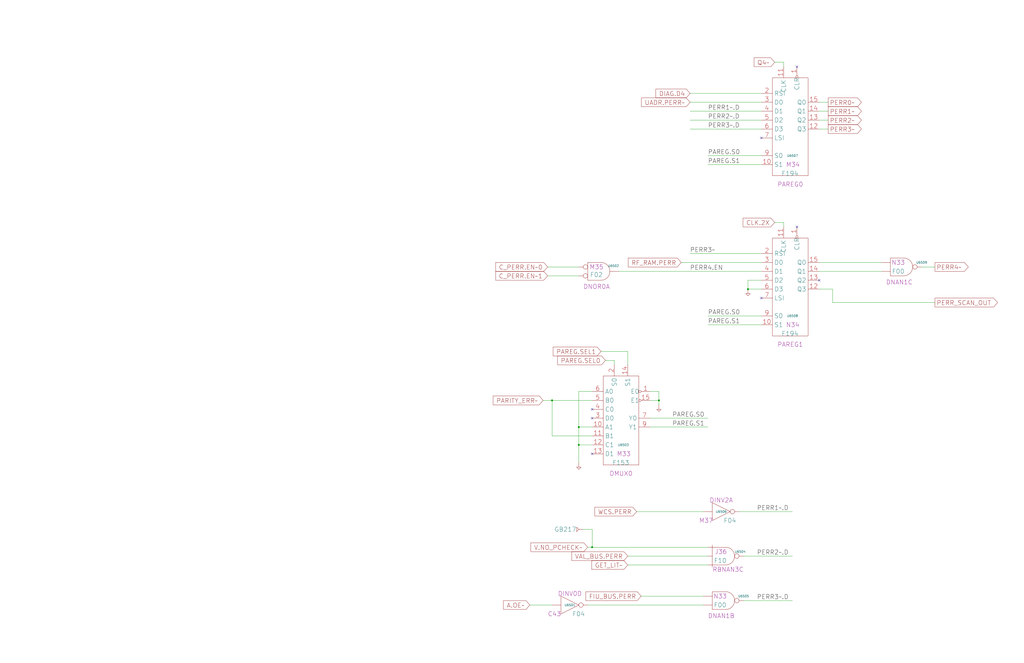
<source format=kicad_sch>
(kicad_sch (version 20230121) (generator eeschema)
  (paper "User" 584.2 378.46)
  (title_block (title "DIAGNOSTIC PROCESSOR\\nPULLUPS & PARITY REGISTER") (date "22-MAR-90") (rev "1.0") (comment 1 "VALUE") (comment 2 "232-003063") (comment 3 "S400") (comment 4 "RELEASED"))
  (lib_symbols
    (symbol "r1000:F00" (pin_numbers hide) (pin_names hide)
      (property "Reference" "U" (at 15.24 0 0))
      (property "Value" "F00" (at 1.905 -5.08 0))
      (property "Location" "___" (at 1.905 0 0))
      (property "Name" "______" (at 2.54 -12.7 0))
      (symbol "F00_0_1"
        (polyline (pts (xy -2.54 -7.62) (xy 5.08 -7.62)) (stroke (width 0.1524)))
        (polyline (pts (xy -2.54 2.54) (xy -2.54 -7.62)) (stroke (width 0.1524)))
        (polyline (pts (xy -2.54 2.54) (xy 5.08 2.54)) (stroke (width 0.1524)))
        (arc (start 5.08 -7.62) (mid 10.1282 -2.54) (end 5.08 2.54) (stroke (width 0.1524)))
        (circle (center 11.43 -2.54) (radius 1.27) (stroke (width 0.1524)))
      )
      (symbol "F00_0_2"
        (circle (center -3.81 -5.08) (radius 1.27) (stroke (width 0.1524)))
        (circle (center -3.81 0) (radius 1.27) (stroke (width 0.1524)))
        (arc (start -3.175 -7.62) (mid -2.134 -2.54) (end -3.175 2.54) (stroke (width 0.1524)))
        (polyline (pts (xy -3.175 -7.62) (xy 3.81 -7.62)) (stroke (width 0.1524)))
        (polyline (pts (xy -3.175 2.54) (xy 3.81 2.54)) (stroke (width 0.1524)))
        (arc (start 3.81 -7.62) (mid 7.5855 -5.8306) (end 10.16 -2.54) (stroke (width 0.1524)))
        (arc (start 10.16 -2.54) (mid 7.5827 0.7471) (end 3.81 2.54) (stroke (width 0.1524)))
      )
      (symbol "F00_1_1"
        (pin input line (at -7.62 0 0) (length 5.08) (name "D0") (number "1"))
        (pin input line (at -7.62 -5.08 0) (length 5.08) (name "D1") (number "2"))
        (pin output line (at 15.24 -2.54 180) (length 2.54) (name "Q") (number "3"))
      )
      (symbol "F00_1_2"
        (pin input line (at -7.62 0 0) (length 2.54) (name "D0") (number "1"))
        (pin input line (at -7.62 -5.08 0) (length 2.54) (name "D1") (number "2"))
        (pin output line (at 15.24 -2.54 180) (length 5.08) (name "Q") (number "3"))
      )
    )
    (symbol "r1000:F02" (pin_numbers hide) (pin_names hide)
      (property "Reference" "U" (at 12.16 0.635 0))
      (property "Value" "F02" (at -1.27 -4.445 0))
      (property "Location" "___" (at 2.54 0 0))
      (property "Name" "______" (at 2.54 -12.7 0))
      (symbol "F02_0_1"
        (arc (start -3.81 -7.62) (mid -2.9847 -2.54) (end -3.81 2.54) (stroke (width 0.1524)))
        (polyline (pts (xy -5.08 -5.08) (xy -3.175 -5.08)) (stroke (width 0.1524)))
        (polyline (pts (xy -5.08 0) (xy -3.175 0)) (stroke (width 0.1524)))
        (polyline (pts (xy -3.81 -7.62) (xy 2.54 -7.62)) (stroke (width 0.1524)))
        (polyline (pts (xy -3.81 2.54) (xy 2.54 2.54)) (stroke (width 0.1524)))
        (polyline (pts (xy 13.97 -2.54) (xy 12.7 -2.54)) (stroke (width 0.1524)))
        (arc (start 2.54 -7.62) (mid 6.9515 -5.9823) (end 10.16 -2.54) (stroke (width 0.1524)))
        (arc (start 10.16 -2.54) (mid 6.9478 0.8966) (end 2.54 2.54) (stroke (width 0.1524)))
        (circle (center 11.43 -2.54) (radius 1.27) (stroke (width 0.1524)))
      )
      (symbol "F02_0_2"
        (circle (center -3.81 -5.08) (radius 1.27) (stroke (width 0.1524)))
        (circle (center -3.81 0) (radius 1.27) (stroke (width 0.1524)))
        (polyline (pts (xy -2.54 -7.62) (xy 5.08 -7.62)) (stroke (width 0.1524)))
        (polyline (pts (xy -2.54 2.54) (xy -2.54 -7.62)) (stroke (width 0.1524)))
        (polyline (pts (xy -2.54 2.54) (xy 5.08 2.54)) (stroke (width 0.1524)))
        (polyline (pts (xy 11.43 -2.54) (xy 10.16 -2.54)) (stroke (width 0.1524)))
        (polyline (pts (xy 11.43 -2.54) (xy 12.7 -2.54)) (stroke (width 0.1524)))
        (arc (start 5.08 -7.62) (mid 10.1282 -2.54) (end 5.08 2.54) (stroke (width 0.1524)))
      )
      (symbol "F02_1_1"
        (pin input line (at -7.62 0 0) (length 2.54) (name "D0") (number "1"))
        (pin input line (at -7.62 -5.08 0) (length 2.54) (name "D1") (number "2"))
        (pin output line (at 15.24 -2.54 180) (length 1.27) (name "Q") (number "3"))
      )
      (symbol "F02_1_2"
        (pin input line (at -7.62 0 0) (length 2.54) (name "D0") (number "1"))
        (pin input line (at -7.62 -5.08 0) (length 2.54) (name "D1") (number "2"))
        (pin output line (at 15.24 -2.54 180) (length 2.54) (name "Q") (number "3"))
      )
    )
    (symbol "r1000:F04" (pin_numbers hide) (pin_names hide)
      (property "Reference" "U" (at 0 0 0))
      (property "Value" "F04" (at 1.27 -5.08 0))
      (property "Location" "___" (at -12.7 -5.08 0))
      (property "Name" "______" (at 0 5.08 0))
      (symbol "F04_0_1"
        (polyline (pts (xy -7.62 0) (xy -5.08 0)) (stroke (width 0.1524)))
        (polyline (pts (xy -5.08 5.08) (xy -5.08 -5.08)) (stroke (width 0.1524)))
        (polyline (pts (xy 5.08 0) (xy -5.08 -5.08)) (stroke (width 0.1524)))
        (polyline (pts (xy 5.08 0) (xy -5.08 5.08)) (stroke (width 0.1524)))
        (circle (center 6.35 0) (radius 1.27) (stroke (width 0.1524)))
      )
      (symbol "F04_1_1"
        (pin input line (at -10.16 0 0) (length 2.54) (name "D0") (number "1"))
        (pin output line (at 10.16 0 180) (length 2.54) (name "Q") (number "2"))
      )
    )
    (symbol "r1000:F10" (pin_numbers hide) (pin_names hide)
      (property "Reference" "U" (at 13.335 0 0))
      (property "Value" "F10" (at 5.715 -5.08 0))
      (property "Location" "___" (at -1.27 0 0))
      (property "Name" "______" (at -2.54 -10.16 0))
      (symbol "F10_0_1"
        (polyline (pts (xy -2.54 -7.62) (xy 5.08 -7.62)) (stroke (width 0.1524)))
        (polyline (pts (xy -2.54 2.54) (xy 5.08 2.54)) (stroke (width 0.1524)))
        (polyline (pts (xy -2.54 3.81) (xy -2.54 -8.89)) (stroke (width 0.1524)))
        (arc (start 5.08 -7.62) (mid 10.1282 -2.54) (end 5.08 2.54) (stroke (width 0.1524)))
        (circle (center 11.43 -2.54) (radius 1.27) (stroke (width 0.1524)))
      )
      (symbol "F10_0_2"
        (circle (center -3.81 -7.62) (radius 1.27) (stroke (width 0.1524)))
        (circle (center -3.81 2.54) (radius 1.27) (stroke (width 0.1524)))
        (circle (center -3.175 -2.54) (radius 1.27) (stroke (width 0.1524)))
        (arc (start -2.54 -7.62) (mid -1.8195 -2.54) (end -2.54 2.54) (stroke (width 0.1524)))
        (polyline (pts (xy -4.445 -2.54) (xy -5.08 -2.54)) (stroke (width 0.1524)))
        (polyline (pts (xy -2.54 -7.62) (xy 5.08 -7.62)) (stroke (width 0.1524)))
        (polyline (pts (xy -2.54 2.54) (xy 5.08 2.54)) (stroke (width 0.1524)))
        (polyline (pts (xy 10.795 -2.54) (xy 12.7 -2.54)) (stroke (width 0.1524)))
        (arc (start 5.08 -7.62) (mid 8.4845 -5.6954) (end 10.795 -2.54) (stroke (width 0.1524)))
        (arc (start 10.795 -2.54) (mid 8.4807 0.6111) (end 5.08 2.54) (stroke (width 0.1524)))
      )
      (symbol "F10_1_1"
        (pin input line (at -5.08 2.54 0) (length 2.54) (name "D0") (number "1"))
        (pin input line (at -5.08 -2.54 0) (length 2.54) (name "D1") (number "2"))
        (pin input line (at -5.08 -7.62 0) (length 2.54) (name "D2") (number "3"))
        (pin output line (at 15.24 -2.54 180) (length 2.54) (name "Q") (number "4"))
      )
      (symbol "F10_1_2"
        (pin input line (at -5.08 2.54 0) (length 0) (name "D0") (number "1"))
        (pin input line (at -5.08 -2.54 0) (length 0) (name "D1") (number "2"))
        (pin input line (at -5.08 -7.62 0) (length 0) (name "D2") (number "3"))
        (pin output line (at 15.24 -2.54 180) (length 2.54) (name "Q") (number "4"))
      )
    )
    (symbol "r1000:F153" (pin_names (offset 1.016))
      (property "Reference" "U" (at 2.54 5.08 0))
      (property "Value" "F153" (at -3.81 -5.08 0))
      (property "Location" "___" (at -1.27 0 0))
      (property "Name" "______" (at 1.27 -12.7 0))
      (symbol "F153_1_1"
        (rectangle (start -8.89 44.45) (end 11.43 -6.35))
        (circle (center 12.065 30.48) (radius 0.635))
        (circle (center 12.065 35.56) (radius 0.635))
        (pin input line (at 17.78 35.56 180) (length 5.08) (name "E0") (number "1"))
        (pin input line (at -15.24 15.24 0) (length 6.35) (name "A1") (number "10"))
        (pin input line (at -15.24 10.16 0) (length 6.35) (name "B1") (number "11"))
        (pin input line (at -15.24 5.08 0) (length 6.35) (name "C1") (number "12"))
        (pin input line (at -15.24 0 0) (length 6.35) (name "D1") (number "13"))
        (pin input line (at 5.08 50.8 270) (length 6.35) (name "S1") (number "14"))
        (pin input line (at 17.78 30.48 180) (length 5.08) (name "E1") (number "15"))
        (pin input line (at -2.54 50.8 270) (length 6.35) (name "S0") (number "2"))
        (pin input line (at -15.24 20.32 0) (length 6.35) (name "D0") (number "3"))
        (pin input line (at -15.24 25.4 0) (length 6.35) (name "C0") (number "4"))
        (pin input line (at -15.24 30.48 0) (length 6.35) (name "B0") (number "5"))
        (pin input line (at -15.24 35.56 0) (length 6.35) (name "A0") (number "6"))
        (pin output line (at 17.78 20.32 180) (length 6.35) (name "Y0") (number "7"))
        (pin output line (at 17.78 15.24 180) (length 6.35) (name "Y1") (number "9"))
      )
    )
    (symbol "r1000:F194" (pin_names (offset 1.016))
      (property "Reference" "U" (at 2.54 5.08 0))
      (property "Value" "F194" (at -3.81 -5.08 0))
      (property "Location" "___" (at -1.27 0 0))
      (property "Name" "______" (at 1.27 -12.7 0))
      (symbol "F194_1_1"
        (rectangle (start -8.89 49.53) (end 11.43 -6.35))
        (circle (center 5.08 50.165) (radius 0.635))
        (pin input line (at 5.08 55.88 270) (length 5.08) (name "CLR") (number "1"))
        (pin input line (at -15.24 0 0) (length 6.35) (name "S1") (number "10"))
        (pin input line (at -2.54 55.88 270) (length 6.35) (name "CLK") (number "11"))
        (pin output line (at 17.78 20.32 180) (length 6.35) (name "Q3") (number "12"))
        (pin output line (at 17.78 25.4 180) (length 6.35) (name "Q2") (number "13"))
        (pin output line (at 17.78 30.48 180) (length 6.35) (name "Q1") (number "14"))
        (pin output line (at 17.78 35.56 180) (length 6.35) (name "Q0") (number "15"))
        (pin input line (at -15.24 40.64 0) (length 6.35) (name "RSI") (number "2"))
        (pin input line (at -15.24 35.56 0) (length 6.35) (name "D0") (number "3"))
        (pin input line (at -15.24 30.48 0) (length 6.35) (name "D1") (number "4"))
        (pin input line (at -15.24 25.4 0) (length 6.35) (name "D2") (number "5"))
        (pin input line (at -15.24 20.32 0) (length 6.35) (name "D3") (number "6"))
        (pin input line (at -15.24 15.24 0) (length 6.35) (name "LSI") (number "7"))
        (pin input line (at -15.24 5.08 0) (length 6.35) (name "S0") (number "9"))
      )
    )
    (symbol "r1000:GB" (pin_numbers hide) (pin_names (offset 0) hide)
      (property "Reference" "GB" (at 3.81 0 0))
      (symbol "GB_0_1"
        (polyline (pts (xy 2.54 0) (xy 3.81 1.27) (xy 3.81 -1.27) (xy 2.54 0)) (stroke (width 0.1524)))
      )
      (symbol "GB_1_1"
        (pin bidirectional line (at 0 0 0) (length 2.54) (name "") (number "1"))
      )
    )
    (symbol "r1000:PD" (power) (pin_numbers hide) (pin_names hide) (in_bom no)
      (symbol "PD_0_1"
        (polyline (pts (xy 0 -2.54) (xy 1.27 -2.54) (xy 0 -3.81) (xy -1.27 -2.54) (xy 0 -2.54)) (stroke (width 0.1524)))
      )
      (symbol "PD_1_1"
        (pin power_in line (at 0 0 270) (length 2.54) (name "PD") (number "1"))
      )
    )
  )
  (junction (at 375.92 228.6))
  (junction (at 314.96 228.6))
  (junction (at 330.2 243.84))
  (junction (at 426.72 165.1))
  (junction (at 337.82 312.42))
  (junction (at 330.2 254))
  (no_connect (at 454.66 38.1))
  (no_connect (at 454.66 129.54))
  (no_connect (at 467.36 160.02))
  (no_connect (at 337.82 238.76))
  (no_connect (at 337.82 233.68))
  (no_connect (at 434.34 78.74))
  (no_connect (at 337.82 259.08))
  (no_connect (at 434.34 170.18))
  (wire (pts (xy 426.72 160.02) (xy 426.72 165.1)))
  (wire (pts (xy 375.92 228.6) (xy 375.92 231.14)))
  (wire (pts (xy 403.86 88.9) (xy 434.34 88.9)))
  (wire (pts (xy 337.82 312.42) (xy 403.86 312.42)))
  (wire (pts (xy 350.52 208.28) (xy 350.52 205.74)))
  (wire (pts (xy 330.2 243.84) (xy 337.82 243.84)))
  (wire (pts (xy 474.98 172.72) (xy 533.4 172.72)))
  (wire (pts (xy 393.7 53.34) (xy 434.34 53.34)))
  (wire (pts (xy 447.04 38.1) (xy 447.04 35.56)))
  (wire (pts (xy 467.36 154.94) (xy 502.92 154.94)))
  (wire (pts (xy 467.36 149.86) (xy 502.92 149.86)))
  (wire (pts (xy 342.9 200.66) (xy 358.14 200.66)))
  (wire (pts (xy 467.36 73.66) (xy 472.44 73.66)))
  (wire (pts (xy 312.42 152.4) (xy 330.2 152.4)))
  (wire (pts (xy 393.7 68.58) (xy 434.34 68.58)))
  (wire (pts (xy 467.36 63.5) (xy 472.44 63.5)))
  (wire (pts (xy 403.86 185.42) (xy 434.34 185.42)))
  (wire (pts (xy 337.82 302.26) (xy 337.82 312.42)))
  (wire (pts (xy 358.14 208.28) (xy 358.14 200.66)))
  (wire (pts (xy 309.88 228.6) (xy 314.96 228.6)))
  (wire (pts (xy 358.14 317.5) (xy 403.86 317.5)))
  (wire (pts (xy 467.36 58.42) (xy 472.44 58.42)))
  (wire (pts (xy 424.18 317.5) (xy 452.12 317.5)))
  (wire (pts (xy 370.84 238.76) (xy 403.86 238.76)))
  (wire (pts (xy 403.86 180.34) (xy 434.34 180.34)))
  (wire (pts (xy 330.2 254) (xy 330.2 264.16)))
  (wire (pts (xy 393.7 58.42) (xy 434.34 58.42)))
  (wire (pts (xy 447.04 129.54) (xy 447.04 127)))
  (wire (pts (xy 393.7 73.66) (xy 434.34 73.66)))
  (wire (pts (xy 393.7 63.5) (xy 434.34 63.5)))
  (wire (pts (xy 335.28 345.44) (xy 401.32 345.44)))
  (wire (pts (xy 365.76 340.36) (xy 401.32 340.36)))
  (wire (pts (xy 434.34 160.02) (xy 426.72 160.02)))
  (wire (pts (xy 345.44 205.74) (xy 350.52 205.74)))
  (wire (pts (xy 393.7 144.78) (xy 434.34 144.78)))
  (wire (pts (xy 370.84 223.52) (xy 375.92 223.52)))
  (wire (pts (xy 332.74 302.26) (xy 337.82 302.26)))
  (wire (pts (xy 337.82 248.92) (xy 314.96 248.92)))
  (wire (pts (xy 441.96 127) (xy 447.04 127)))
  (wire (pts (xy 421.64 292.1) (xy 452.12 292.1)))
  (wire (pts (xy 358.14 322.58) (xy 403.86 322.58)))
  (wire (pts (xy 337.82 223.52) (xy 330.2 223.52)))
  (wire (pts (xy 363.22 292.1) (xy 401.32 292.1)))
  (wire (pts (xy 314.96 248.92) (xy 314.96 228.6)))
  (wire (pts (xy 314.96 228.6) (xy 337.82 228.6)))
  (wire (pts (xy 388.62 149.86) (xy 434.34 149.86)))
  (wire (pts (xy 312.42 157.48) (xy 330.2 157.48)))
  (wire (pts (xy 403.86 93.98) (xy 434.34 93.98)))
  (wire (pts (xy 467.36 68.58) (xy 472.44 68.58)))
  (wire (pts (xy 474.98 165.1) (xy 474.98 172.72)))
  (wire (pts (xy 375.92 223.52) (xy 375.92 228.6)))
  (wire (pts (xy 467.36 165.1) (xy 474.98 165.1)))
  (wire (pts (xy 441.96 35.56) (xy 447.04 35.56)))
  (wire (pts (xy 302.26 345.44) (xy 314.96 345.44)))
  (wire (pts (xy 370.84 243.84) (xy 403.86 243.84)))
  (wire (pts (xy 330.2 223.52) (xy 330.2 243.84)))
  (wire (pts (xy 426.72 165.1) (xy 434.34 165.1)))
  (wire (pts (xy 525.78 152.4) (xy 533.4 152.4)))
  (wire (pts (xy 330.2 243.84) (xy 330.2 254)))
  (wire (pts (xy 424.18 342.9) (xy 452.12 342.9)))
  (wire (pts (xy 335.28 312.42) (xy 337.82 312.42)))
  (wire (pts (xy 353.06 154.94) (xy 434.34 154.94)))
  (wire (pts (xy 330.2 254) (xy 337.82 254)))
  (wire (pts (xy 370.84 228.6) (xy 375.92 228.6)))
  (label "PERR3~.D" (at 431.8 342.9 0) (effects (font (size 2.54 2.54))))
  (label "PAREG.S1" (at 403.86 93.98 0) (effects (font (size 2.54 2.54))))
  (label "PERR3~.D" (at 403.86 73.66 0) (effects (font (size 2.54 2.54))))
  (label "PERR3~" (at 393.7 144.78 0) (effects (font (size 2.54 2.54))))
  (label "PAREG.S0" (at 403.86 180.34 0) (effects (font (size 2.54 2.54))))
  (label "PAREG.S0" (at 403.86 88.9 0) (effects (font (size 2.54 2.54))))
  (label "PAREG.S1" (at 383.54 243.84 0) (effects (font (size 2.54 2.54))))
  (label "PERR4.EN" (at 393.7 154.94 0) (effects (font (size 2.54 2.54))))
  (label "PERR2~.D" (at 431.8 317.5 0) (effects (font (size 2.54 2.54))))
  (label "PERR2~.D" (at 403.86 68.58 0) (effects (font (size 2.54 2.54))))
  (label "PAREG.S0" (at 383.54 238.76 0) (effects (font (size 2.54 2.54))))
  (label "PERR1~.D" (at 431.8 292.1 0) (effects (font (size 2.54 2.54))))
  (label "PAREG.S1" (at 403.86 185.42 0) (effects (font (size 2.54 2.54))))
  (label "PERR1~.D" (at 403.86 63.5 0) (effects (font (size 2.54 2.54))))
  (global_label "C_PERR.EN~1" (shape input) (at 312.42 157.48 180) (effects (font (size 2.54 2.54))) (property "Intersheetrefs" "${INTERSHEET_REFS}" (at 282.9893 157.3213 0) (effects (font (size 1.905 1.905)) (justify right))))
  (global_label "UADR.PERR~" (shape input) (at 393.7 58.42 180) (effects (font (size 2.54 2.54))) (property "Intersheetrefs" "${INTERSHEET_REFS}" (at 366.2045 58.2613 0) (effects (font (size 1.905 1.905)) (justify right))))
  (global_label "PERR2~" (shape output) (at 472.44 68.58 0) (effects (font (size 2.54 2.54))) (property "Intersheetrefs" "${INTERSHEET_REFS}" (at 491.2269 68.4213 0) (effects (font (size 1.905 1.905)) (justify left))))
  (global_label "V.NO_PCHECK~" (shape input) (at 335.28 312.42 180) (effects (font (size 2.54 2.54))) (property "Intersheetrefs" "${INTERSHEET_REFS}" (at 303.0674 312.2613 0) (effects (font (size 1.905 1.905)) (justify right))))
  (global_label "Q4~" (shape input) (at 441.96 35.56 180) (effects (font (size 2.54 2.54))) (property "Intersheetrefs" "${INTERSHEET_REFS}" (at 424.2616 35.4013 0) (effects (font (size 1.905 1.905)) (justify right))))
  (global_label "PAREG.SEL1" (shape input) (at 342.9 200.66 180) (effects (font (size 2.54 2.54))) (property "Intersheetrefs" "${INTERSHEET_REFS}" (at 315.7674 200.5013 0) (effects (font (size 1.905 1.905)) (justify right))))
  (global_label "WCS.PERR" (shape input) (at 363.22 292.1 180) (effects (font (size 2.54 2.54))) (property "Intersheetrefs" "${INTERSHEET_REFS}" (at 339.595 291.9413 0) (effects (font (size 1.905 1.905)) (justify right))))
  (global_label "PERR3~" (shape output) (at 472.44 73.66 0) (effects (font (size 2.54 2.54))) (property "Intersheetrefs" "${INTERSHEET_REFS}" (at 491.2269 73.5013 0) (effects (font (size 1.905 1.905)) (justify left))))
  (global_label "VAL_BUS.PERR" (shape input) (at 358.14 317.5 180) (effects (font (size 2.54 2.54))) (property "Intersheetrefs" "${INTERSHEET_REFS}" (at 326.4112 317.3413 0) (effects (font (size 1.905 1.905)) (justify right))))
  (global_label "PERR0~" (shape output) (at 472.44 58.42 0) (effects (font (size 2.54 2.54))) (property "Intersheetrefs" "${INTERSHEET_REFS}" (at 491.2269 58.2613 0) (effects (font (size 1.905 1.905)) (justify left))))
  (global_label "GET_LIT~" (shape input) (at 358.14 322.58 180) (effects (font (size 2.54 2.54))) (property "Intersheetrefs" "${INTERSHEET_REFS}" (at 337.7807 322.4213 0) (effects (font (size 1.905 1.905)) (justify right))))
  (global_label "PAREG.SEL0" (shape input) (at 345.44 205.74 180) (effects (font (size 2.54 2.54))) (property "Intersheetrefs" "${INTERSHEET_REFS}" (at 318.3074 205.5813 0) (effects (font (size 1.905 1.905)) (justify right))))
  (global_label "PERR_SCAN_OUT" (shape output) (at 533.4 172.72 0) (effects (font (size 2.54 2.54))) (property "Intersheetrefs" "${INTERSHEET_REFS}" (at 568.8784 172.5613 0) (effects (font (size 1.905 1.905)) (justify left))))
  (global_label "C_PERR.EN~0" (shape input) (at 312.42 152.4 180) (effects (font (size 2.54 2.54))) (property "Intersheetrefs" "${INTERSHEET_REFS}" (at 282.9893 152.2413 0) (effects (font (size 1.905 1.905)) (justify right))))
  (global_label "DIAG.D4" (shape input) (at 393.7 53.34 180) (effects (font (size 2.54 2.54))) (property "Intersheetrefs" "${INTERSHEET_REFS}" (at 374.4293 53.1813 0) (effects (font (size 1.905 1.905)) (justify right))))
  (global_label "FIU_BUS.PERR" (shape input) (at 365.76 340.36 180) (effects (font (size 2.54 2.54))) (property "Intersheetrefs" "${INTERSHEET_REFS}" (at 334.394 340.2013 0) (effects (font (size 1.905 1.905)) (justify right))))
  (global_label "RF_RAM.PERR" (shape input) (at 388.62 149.86 180) (effects (font (size 2.54 2.54))) (property "Intersheetrefs" "${INTERSHEET_REFS}" (at 358.5845 149.7013 0) (effects (font (size 1.905 1.905)) (justify right))))
  (global_label "PERR1~" (shape output) (at 472.44 63.5 0) (effects (font (size 2.54 2.54))) (property "Intersheetrefs" "${INTERSHEET_REFS}" (at 491.2269 63.3413 0) (effects (font (size 1.905 1.905)) (justify left))))
  (global_label "CLK.2X" (shape input) (at 441.96 127 180) (effects (font (size 2.54 2.54))) (property "Intersheetrefs" "${INTERSHEET_REFS}" (at 417.9721 126.8413 0) (effects (font (size 1.905 1.905)) (justify right))))
  (global_label "PARITY_ERR~" (shape input) (at 309.88 228.6 180) (effects (font (size 2.54 2.54))) (property "Intersheetrefs" "${INTERSHEET_REFS}" (at 281.5378 228.4413 0) (effects (font (size 1.905 1.905)) (justify right))))
  (global_label "PERR4~" (shape output) (at 533.4 152.4 0) (effects (font (size 2.54 2.54))) (property "Intersheetrefs" "${INTERSHEET_REFS}" (at 552.1869 152.2413 0) (effects (font (size 1.905 1.905)) (justify left))))
  (global_label "A.OE~" (shape input) (at 302.26 345.44 180) (effects (font (size 2.54 2.54))) (property "Intersheetrefs" "${INTERSHEET_REFS}" (at 287.4645 345.2813 0) (effects (font (size 1.905 1.905)) (justify right))))
  (symbol (lib_id "r1000:F194") (at 449.58 93.98 0) (unit 1)
    (property "Reference" "U6507" (at 452.12 88.9 0))
    (property "Value" "F194" (at 445.77 99.06 0) (effects (font (size 2.54 2.54)) (justify left)))
    (property "Location" "M34" (at 448.31 93.98 0) (effects (font (size 2.54 2.54)) (justify left)))
    (property "Name" "PAREG0" (at 450.85 106.68 0) (effects (font (size 2.54 2.54)) (justify bottom)))
  )
  (symbol (lib_id "r1000:GB") (at 332.74 302.26 0) (mirror y) (unit 1)
    (property "Reference" "GB217" (at 328.93 302.26 0) (effects (font (size 2.54 2.54)) (justify left)))
    (property "Value" "GB" (effects hide))
  )
  (symbol (lib_id "r1000:F04") (at 411.48 292.1 0) (unit 1)
    (property "Reference" "U6506" (at 411.48 292.1 0))
    (property "Value" "F04" (at 412.75 297.18 0) (effects (font (size 2.54 2.54)) (justify left)))
    (property "Location" "M37" (at 398.78 297.18 0) (effects (font (size 2.54 2.54)) (justify left)))
    (property "Name" "DINV2A" (at 411.48 287.02 0) (effects (font (size 2.54 2.54)) (justify bottom)))
  )
  (symbol (lib_id "r1000:PD") (at 330.2 264.16 0) (unit 1) (in_bom no)
    (property "Reference" "#PWR06502" (effects hide))
    (property "Value" "PD" (effects hide))
  )
  (symbol (lib_id "r1000:F00") (at 408.94 340.36 0) (unit 1)
    (property "Reference" "U6505" (at 424.18 340.36 0))
    (property "Value" "F00" (at 410.845 345.44 0) (effects (font (size 2.54 2.54))))
    (property "Location" "N33" (at 410.845 340.36 0) (effects (font (size 2.54 2.54))))
    (property "Name" "DNAN1B" (at 411.48 353.06 0) (effects (font (size 2.54 2.54)) (justify bottom)))
  )
  (symbol (lib_id "r1000:F04") (at 325.12 345.44 0) (unit 1)
    (property "Reference" "U6501" (at 325.12 345.44 0))
    (property "Value" "F04" (at 326.39 350.52 0) (effects (font (size 2.54 2.54)) (justify left)))
    (property "Location" "C43" (at 312.42 350.52 0) (effects (font (size 2.54 2.54)) (justify left)))
    (property "Name" "DINV0D" (at 325.12 340.36 0) (effects (font (size 2.54 2.54)) (justify bottom)))
  )
  (symbol (lib_id "r1000:F194") (at 449.58 185.42 0) (unit 1)
    (property "Reference" "U6508" (at 452.12 180.34 0))
    (property "Value" "F194" (at 445.77 190.5 0) (effects (font (size 2.54 2.54)) (justify left)))
    (property "Location" "N34" (at 448.31 185.42 0) (effects (font (size 2.54 2.54)) (justify left)))
    (property "Name" "PAREG1" (at 450.85 198.12 0) (effects (font (size 2.54 2.54)) (justify bottom)))
  )
  (symbol (lib_id "r1000:PD") (at 426.72 165.1 0) (unit 1) (in_bom no)
    (property "Reference" "#PWR06504" (effects hide))
    (property "Value" "PD" (effects hide))
  )
  (symbol (lib_id "r1000:F153") (at 353.06 259.08 0) (unit 1)
    (property "Reference" "U6503" (at 355.6 254 0))
    (property "Value" "F153" (at 349.25 264.16 0) (effects (font (size 2.54 2.54)) (justify left)))
    (property "Location" "M33" (at 351.79 259.08 0) (effects (font (size 2.54 2.54)) (justify left)))
    (property "Name" "DMUX0" (at 354.33 271.78 0) (effects (font (size 2.54 2.54)) (justify bottom)))
  )
  (symbol (lib_id "r1000:F10") (at 408.94 314.96 0) (unit 1)
    (property "Reference" "U6504" (at 422.275 314.96 0))
    (property "Value" "F10" (at 414.655 320.04 0) (effects (font (size 2.54 2.54)) (justify right)))
    (property "Location" "J36" (at 407.67 314.96 0) (effects (font (size 2.54 2.54)) (justify left)))
    (property "Name" "RBNAN3C" (at 406.4 325.12 0) (effects (font (size 2.54 2.54)) (justify left)))
  )
  (symbol (lib_id "r1000:F00") (at 510.54 149.86 0) (unit 1)
    (property "Reference" "U6509" (at 525.78 149.86 0))
    (property "Value" "F00" (at 512.445 154.94 0) (effects (font (size 2.54 2.54))))
    (property "Location" "N33" (at 512.445 149.86 0) (effects (font (size 2.54 2.54))))
    (property "Name" "DNAN1C" (at 513.08 162.56 0) (effects (font (size 2.54 2.54)) (justify bottom)))
  )
  (symbol (lib_id "r1000:F02") (at 337.82 152.4 0) (unit 1) (convert 2)
    (property "Reference" "U6502" (at 349.98 151.765 0))
    (property "Value" "F02" (at 336.55 156.845 0) (effects (font (size 2.54 2.54)) (justify left)))
    (property "Location" "M35" (at 340.36 152.4 0) (effects (font (size 2.54 2.54))))
    (property "Name" "DNOR0A" (at 340.36 165.1 0) (effects (font (size 2.54 2.54)) (justify bottom)))
  )
  (symbol (lib_id "r1000:PD") (at 375.92 231.14 0) (unit 1) (in_bom no)
    (property "Reference" "#PWR06503" (effects hide))
    (property "Value" "PD" (effects hide))
  )
)
</source>
